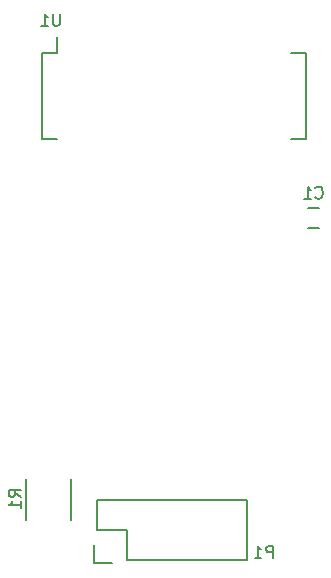
<source format=gbo>
G04 #@! TF.GenerationSoftware,KiCad,Pcbnew,no-vcs-found-7406~56~ubuntu16.10.1*
G04 #@! TF.CreationDate,2016-12-22T10:55:13+01:00*
G04 #@! TF.ProjectId,nixie-module,6E697869652D6D6F64756C652E6B6963,rev?*
G04 #@! TF.FileFunction,Legend,Bot*
G04 #@! TF.FilePolarity,Positive*
%FSLAX46Y46*%
G04 Gerber Fmt 4.6, Leading zero omitted, Abs format (unit mm)*
G04 Created by KiCad (PCBNEW no-vcs-found-7406~56~ubuntu16.10.1) date Thu Dec 22 10:55:13 2016*
%MOMM*%
%LPD*%
G01*
G04 APERTURE LIST*
%ADD10C,0.100000*%
%ADD11C,0.150000*%
G04 APERTURE END LIST*
D10*
D11*
X140462000Y-117094000D02*
X153162000Y-117094000D01*
X153162000Y-117094000D02*
X153162000Y-122174000D01*
X153162000Y-122174000D02*
X143002000Y-122174000D01*
X140462000Y-117094000D02*
X140462000Y-119634000D01*
X140182000Y-120904000D02*
X140182000Y-122454000D01*
X140462000Y-119634000D02*
X143002000Y-119634000D01*
X143002000Y-119634000D02*
X143002000Y-122174000D01*
X140182000Y-122454000D02*
X141732000Y-122454000D01*
X135784480Y-79205200D02*
X137054480Y-79205200D01*
X135784480Y-86555200D02*
X137054480Y-86555200D01*
X158154480Y-86555200D02*
X156884480Y-86555200D01*
X158154480Y-79205200D02*
X156884480Y-79205200D01*
X135784480Y-79205200D02*
X135784480Y-86555200D01*
X158154480Y-79205200D02*
X158154480Y-86555200D01*
X137054480Y-79205200D02*
X137054480Y-77920200D01*
X134432040Y-118760240D02*
X134432040Y-115305840D01*
X138191240Y-118760240D02*
X138191240Y-115305840D01*
X158250000Y-92368000D02*
X159250000Y-92368000D01*
X159250000Y-94068000D02*
X158250000Y-94068000D01*
X155297095Y-121991380D02*
X155297095Y-120991380D01*
X154916142Y-120991380D01*
X154820904Y-121039000D01*
X154773285Y-121086619D01*
X154725666Y-121181857D01*
X154725666Y-121324714D01*
X154773285Y-121419952D01*
X154820904Y-121467571D01*
X154916142Y-121515190D01*
X155297095Y-121515190D01*
X153773285Y-121991380D02*
X154344714Y-121991380D01*
X154059000Y-121991380D02*
X154059000Y-120991380D01*
X154154238Y-121134238D01*
X154249476Y-121229476D01*
X154344714Y-121277095D01*
X137261904Y-75952380D02*
X137261904Y-76761904D01*
X137214285Y-76857142D01*
X137166666Y-76904761D01*
X137071428Y-76952380D01*
X136880952Y-76952380D01*
X136785714Y-76904761D01*
X136738095Y-76857142D01*
X136690476Y-76761904D01*
X136690476Y-75952380D01*
X135690476Y-76952380D02*
X136261904Y-76952380D01*
X135976190Y-76952380D02*
X135976190Y-75952380D01*
X136071428Y-76095238D01*
X136166666Y-76190476D01*
X136261904Y-76238095D01*
X133952380Y-116833333D02*
X133476190Y-116500000D01*
X133952380Y-116261904D02*
X132952380Y-116261904D01*
X132952380Y-116642857D01*
X133000000Y-116738095D01*
X133047619Y-116785714D01*
X133142857Y-116833333D01*
X133285714Y-116833333D01*
X133380952Y-116785714D01*
X133428571Y-116738095D01*
X133476190Y-116642857D01*
X133476190Y-116261904D01*
X133952380Y-117785714D02*
X133952380Y-117214285D01*
X133952380Y-117500000D02*
X132952380Y-117500000D01*
X133095238Y-117404761D01*
X133190476Y-117309523D01*
X133238095Y-117214285D01*
X158916666Y-91475142D02*
X158964285Y-91522761D01*
X159107142Y-91570380D01*
X159202380Y-91570380D01*
X159345238Y-91522761D01*
X159440476Y-91427523D01*
X159488095Y-91332285D01*
X159535714Y-91141809D01*
X159535714Y-90998952D01*
X159488095Y-90808476D01*
X159440476Y-90713238D01*
X159345238Y-90618000D01*
X159202380Y-90570380D01*
X159107142Y-90570380D01*
X158964285Y-90618000D01*
X158916666Y-90665619D01*
X157964285Y-91570380D02*
X158535714Y-91570380D01*
X158250000Y-91570380D02*
X158250000Y-90570380D01*
X158345238Y-90713238D01*
X158440476Y-90808476D01*
X158535714Y-90856095D01*
M02*

</source>
